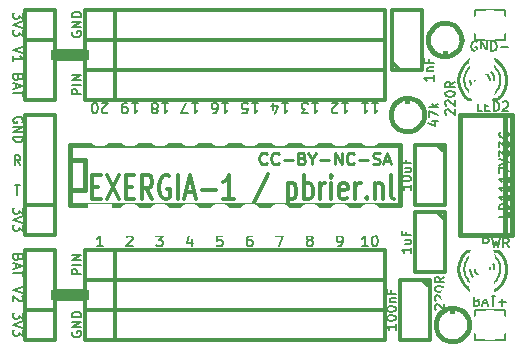
<source format=gto>
G04 (created by PCBNEW-RS274X (2012-01-19 BZR 3256)-stable) date 1/1/2013 6:43:37 PM*
G01*
G70*
G90*
%MOIN*%
G04 Gerber Fmt 3.4, Leading zero omitted, Abs format*
%FSLAX34Y34*%
G04 APERTURE LIST*
%ADD10C,0.006000*%
%ADD11C,0.009900*%
%ADD12C,0.039400*%
%ADD13C,0.005900*%
%ADD14C,0.012000*%
%ADD15C,0.007900*%
%ADD16C,0.015000*%
%ADD17C,0.010000*%
%ADD18R,0.090000X0.090000*%
%ADD19C,0.090000*%
%ADD20O,0.118400X0.098700*%
%ADD21R,0.075000X0.075000*%
%ADD22C,0.075000*%
%ADD23R,0.082000X0.110000*%
%ADD24O,0.082000X0.110000*%
%ADD25C,0.086000*%
G04 APERTURE END LIST*
G54D10*
G54D11*
X31567Y-26622D02*
X31548Y-26641D01*
X31492Y-26659D01*
X31454Y-26659D01*
X31398Y-26641D01*
X31361Y-26603D01*
X31342Y-26566D01*
X31323Y-26491D01*
X31323Y-26434D01*
X31342Y-26359D01*
X31361Y-26322D01*
X31398Y-26284D01*
X31454Y-26265D01*
X31492Y-26265D01*
X31548Y-26284D01*
X31567Y-26303D01*
X31961Y-26622D02*
X31942Y-26641D01*
X31886Y-26659D01*
X31848Y-26659D01*
X31792Y-26641D01*
X31755Y-26603D01*
X31736Y-26566D01*
X31717Y-26491D01*
X31717Y-26434D01*
X31736Y-26359D01*
X31755Y-26322D01*
X31792Y-26284D01*
X31848Y-26265D01*
X31886Y-26265D01*
X31942Y-26284D01*
X31961Y-26303D01*
X32130Y-26509D02*
X32430Y-26509D01*
X32749Y-26453D02*
X32805Y-26472D01*
X32824Y-26491D01*
X32843Y-26528D01*
X32843Y-26584D01*
X32824Y-26622D01*
X32805Y-26641D01*
X32768Y-26659D01*
X32618Y-26659D01*
X32618Y-26265D01*
X32749Y-26265D01*
X32787Y-26284D01*
X32805Y-26303D01*
X32824Y-26341D01*
X32824Y-26378D01*
X32805Y-26416D01*
X32787Y-26434D01*
X32749Y-26453D01*
X32618Y-26453D01*
X33087Y-26472D02*
X33087Y-26659D01*
X32956Y-26265D02*
X33087Y-26472D01*
X33218Y-26265D01*
X33350Y-26509D02*
X33650Y-26509D01*
X33838Y-26659D02*
X33838Y-26265D01*
X34063Y-26659D01*
X34063Y-26265D01*
X34476Y-26622D02*
X34457Y-26641D01*
X34401Y-26659D01*
X34363Y-26659D01*
X34307Y-26641D01*
X34270Y-26603D01*
X34251Y-26566D01*
X34232Y-26491D01*
X34232Y-26434D01*
X34251Y-26359D01*
X34270Y-26322D01*
X34307Y-26284D01*
X34363Y-26265D01*
X34401Y-26265D01*
X34457Y-26284D01*
X34476Y-26303D01*
X34645Y-26509D02*
X34945Y-26509D01*
X35114Y-26641D02*
X35170Y-26659D01*
X35264Y-26659D01*
X35302Y-26641D01*
X35320Y-26622D01*
X35339Y-26584D01*
X35339Y-26547D01*
X35320Y-26509D01*
X35302Y-26491D01*
X35264Y-26472D01*
X35189Y-26453D01*
X35152Y-26434D01*
X35133Y-26416D01*
X35114Y-26378D01*
X35114Y-26341D01*
X35133Y-26303D01*
X35152Y-26284D01*
X35189Y-26265D01*
X35283Y-26265D01*
X35339Y-26284D01*
X35489Y-26547D02*
X35677Y-26547D01*
X35452Y-26659D02*
X35583Y-26265D01*
X35714Y-26659D01*
G54D12*
X24500Y-23000D02*
X25500Y-23000D01*
X24500Y-31000D02*
X25500Y-31000D01*
G54D13*
X37067Y-25217D02*
X37277Y-25217D01*
X36947Y-25292D02*
X37172Y-25367D01*
X37172Y-25172D01*
X36962Y-25082D02*
X36962Y-24872D01*
X37277Y-25007D01*
X37277Y-24752D02*
X36962Y-24752D01*
X37157Y-24722D02*
X37277Y-24632D01*
X37067Y-24632D02*
X37187Y-24752D01*
G54D14*
X25751Y-27405D02*
X25951Y-27405D01*
X26037Y-27824D02*
X25751Y-27824D01*
X25751Y-27024D01*
X26037Y-27024D01*
X26237Y-27024D02*
X26637Y-27824D01*
X26637Y-27024D02*
X26237Y-27824D01*
X26865Y-27405D02*
X27065Y-27405D01*
X27151Y-27824D02*
X26865Y-27824D01*
X26865Y-27024D01*
X27151Y-27024D01*
X27751Y-27824D02*
X27551Y-27443D01*
X27408Y-27824D02*
X27408Y-27024D01*
X27636Y-27024D01*
X27694Y-27062D01*
X27722Y-27100D01*
X27751Y-27176D01*
X27751Y-27290D01*
X27722Y-27367D01*
X27694Y-27405D01*
X27636Y-27443D01*
X27408Y-27443D01*
X28322Y-27062D02*
X28265Y-27024D01*
X28179Y-27024D01*
X28094Y-27062D01*
X28036Y-27138D01*
X28008Y-27214D01*
X27979Y-27367D01*
X27979Y-27481D01*
X28008Y-27633D01*
X28036Y-27710D01*
X28094Y-27786D01*
X28179Y-27824D01*
X28236Y-27824D01*
X28322Y-27786D01*
X28351Y-27748D01*
X28351Y-27481D01*
X28236Y-27481D01*
X28608Y-27824D02*
X28608Y-27024D01*
X28865Y-27595D02*
X29151Y-27595D01*
X28808Y-27824D02*
X29008Y-27024D01*
X29208Y-27824D01*
X29408Y-27519D02*
X29865Y-27519D01*
X30465Y-27824D02*
X30122Y-27824D01*
X30294Y-27824D02*
X30294Y-27024D01*
X30237Y-27138D01*
X30179Y-27214D01*
X30122Y-27252D01*
X31607Y-26986D02*
X31093Y-28014D01*
X32265Y-27290D02*
X32265Y-28090D01*
X32265Y-27329D02*
X32322Y-27290D01*
X32436Y-27290D01*
X32493Y-27329D01*
X32522Y-27367D01*
X32551Y-27443D01*
X32551Y-27671D01*
X32522Y-27748D01*
X32493Y-27786D01*
X32436Y-27824D01*
X32322Y-27824D01*
X32265Y-27786D01*
X32808Y-27824D02*
X32808Y-27024D01*
X32808Y-27329D02*
X32865Y-27290D01*
X32979Y-27290D01*
X33036Y-27329D01*
X33065Y-27367D01*
X33094Y-27443D01*
X33094Y-27671D01*
X33065Y-27748D01*
X33036Y-27786D01*
X32979Y-27824D01*
X32865Y-27824D01*
X32808Y-27786D01*
X33351Y-27824D02*
X33351Y-27290D01*
X33351Y-27443D02*
X33379Y-27367D01*
X33408Y-27329D01*
X33465Y-27290D01*
X33522Y-27290D01*
X33722Y-27824D02*
X33722Y-27290D01*
X33722Y-27024D02*
X33693Y-27062D01*
X33722Y-27100D01*
X33750Y-27062D01*
X33722Y-27024D01*
X33722Y-27100D01*
X34236Y-27786D02*
X34179Y-27824D01*
X34065Y-27824D01*
X34008Y-27786D01*
X33979Y-27710D01*
X33979Y-27405D01*
X34008Y-27329D01*
X34065Y-27290D01*
X34179Y-27290D01*
X34236Y-27329D01*
X34265Y-27405D01*
X34265Y-27481D01*
X33979Y-27557D01*
X34522Y-27824D02*
X34522Y-27290D01*
X34522Y-27443D02*
X34550Y-27367D01*
X34579Y-27329D01*
X34636Y-27290D01*
X34693Y-27290D01*
X34893Y-27748D02*
X34921Y-27786D01*
X34893Y-27824D01*
X34864Y-27786D01*
X34893Y-27748D01*
X34893Y-27824D01*
X35179Y-27290D02*
X35179Y-27824D01*
X35179Y-27367D02*
X35207Y-27329D01*
X35265Y-27290D01*
X35350Y-27290D01*
X35407Y-27329D01*
X35436Y-27405D01*
X35436Y-27824D01*
X35808Y-27824D02*
X35750Y-27786D01*
X35722Y-27710D01*
X35722Y-27024D01*
G54D13*
X39627Y-28252D02*
X39627Y-28402D01*
X39312Y-28402D01*
X39627Y-28147D02*
X39312Y-28147D01*
X39312Y-28072D01*
X39327Y-28027D01*
X39357Y-27997D01*
X39387Y-27982D01*
X39447Y-27967D01*
X39492Y-27967D01*
X39552Y-27982D01*
X39582Y-27997D01*
X39612Y-28027D01*
X39627Y-28072D01*
X39627Y-28147D01*
X39627Y-27667D02*
X39627Y-27847D01*
X39627Y-27757D02*
X39312Y-27757D01*
X39357Y-27787D01*
X39387Y-27817D01*
X39402Y-27847D01*
X39627Y-27367D02*
X39627Y-27547D01*
X39627Y-27457D02*
X39312Y-27457D01*
X39357Y-27487D01*
X39387Y-27517D01*
X39402Y-27547D01*
X39627Y-27067D02*
X39627Y-27247D01*
X39627Y-27157D02*
X39312Y-27157D01*
X39357Y-27187D01*
X39387Y-27217D01*
X39402Y-27247D01*
X39312Y-26962D02*
X39312Y-26752D01*
X39627Y-26887D01*
X39312Y-26677D02*
X39627Y-26572D01*
X39312Y-26467D01*
X39312Y-26392D02*
X39312Y-26197D01*
X39432Y-26302D01*
X39432Y-26257D01*
X39447Y-26227D01*
X39462Y-26212D01*
X39492Y-26197D01*
X39567Y-26197D01*
X39597Y-26212D01*
X39612Y-26227D01*
X39627Y-26257D01*
X39627Y-26347D01*
X39612Y-26377D01*
X39597Y-26392D01*
X39312Y-26092D02*
X39312Y-25897D01*
X39432Y-26002D01*
X39432Y-25957D01*
X39447Y-25927D01*
X39462Y-25912D01*
X39492Y-25897D01*
X39567Y-25897D01*
X39597Y-25912D01*
X39612Y-25927D01*
X39627Y-25957D01*
X39627Y-26047D01*
X39612Y-26077D01*
X39597Y-26092D01*
X39597Y-25582D02*
X39612Y-25597D01*
X39627Y-25642D01*
X39627Y-25672D01*
X39612Y-25717D01*
X39582Y-25747D01*
X39552Y-25762D01*
X39492Y-25777D01*
X39447Y-25777D01*
X39387Y-25762D01*
X39357Y-25747D01*
X39327Y-25717D01*
X39312Y-25672D01*
X39312Y-25642D01*
X39327Y-25597D01*
X39342Y-25582D01*
X37542Y-24997D02*
X37527Y-24982D01*
X37512Y-24952D01*
X37512Y-24877D01*
X37527Y-24847D01*
X37542Y-24832D01*
X37572Y-24817D01*
X37602Y-24817D01*
X37647Y-24832D01*
X37827Y-25012D01*
X37827Y-24817D01*
X37542Y-24697D02*
X37527Y-24682D01*
X37512Y-24652D01*
X37512Y-24577D01*
X37527Y-24547D01*
X37542Y-24532D01*
X37572Y-24517D01*
X37602Y-24517D01*
X37647Y-24532D01*
X37827Y-24712D01*
X37827Y-24517D01*
X37512Y-24322D02*
X37512Y-24292D01*
X37527Y-24262D01*
X37542Y-24247D01*
X37572Y-24232D01*
X37632Y-24217D01*
X37707Y-24217D01*
X37767Y-24232D01*
X37797Y-24247D01*
X37812Y-24262D01*
X37827Y-24292D01*
X37827Y-24322D01*
X37812Y-24352D01*
X37797Y-24367D01*
X37767Y-24382D01*
X37707Y-24397D01*
X37632Y-24397D01*
X37572Y-24382D01*
X37542Y-24367D01*
X37527Y-24352D01*
X37512Y-24322D01*
X37827Y-23902D02*
X37677Y-24007D01*
X37827Y-24082D02*
X37512Y-24082D01*
X37512Y-23962D01*
X37527Y-23932D01*
X37542Y-23917D01*
X37572Y-23902D01*
X37617Y-23902D01*
X37647Y-23917D01*
X37662Y-23932D01*
X37677Y-23962D01*
X37677Y-24082D01*
X37127Y-23687D02*
X37127Y-23867D01*
X37127Y-23777D02*
X36812Y-23777D01*
X36857Y-23807D01*
X36887Y-23837D01*
X36902Y-23867D01*
X36917Y-23552D02*
X37127Y-23552D01*
X36947Y-23552D02*
X36932Y-23537D01*
X36917Y-23507D01*
X36917Y-23462D01*
X36932Y-23432D01*
X36962Y-23417D01*
X37127Y-23417D01*
X36962Y-23162D02*
X36962Y-23267D01*
X37127Y-23267D02*
X36812Y-23267D01*
X36812Y-23117D01*
X35877Y-31987D02*
X35877Y-32167D01*
X35877Y-32077D02*
X35562Y-32077D01*
X35607Y-32107D01*
X35637Y-32137D01*
X35652Y-32167D01*
X35562Y-31792D02*
X35562Y-31762D01*
X35577Y-31732D01*
X35592Y-31717D01*
X35622Y-31702D01*
X35682Y-31687D01*
X35757Y-31687D01*
X35817Y-31702D01*
X35847Y-31717D01*
X35862Y-31732D01*
X35877Y-31762D01*
X35877Y-31792D01*
X35862Y-31822D01*
X35847Y-31837D01*
X35817Y-31852D01*
X35757Y-31867D01*
X35682Y-31867D01*
X35622Y-31852D01*
X35592Y-31837D01*
X35577Y-31822D01*
X35562Y-31792D01*
X35562Y-31492D02*
X35562Y-31462D01*
X35577Y-31432D01*
X35592Y-31417D01*
X35622Y-31402D01*
X35682Y-31387D01*
X35757Y-31387D01*
X35817Y-31402D01*
X35847Y-31417D01*
X35862Y-31432D01*
X35877Y-31462D01*
X35877Y-31492D01*
X35862Y-31522D01*
X35847Y-31537D01*
X35817Y-31552D01*
X35757Y-31567D01*
X35682Y-31567D01*
X35622Y-31552D01*
X35592Y-31537D01*
X35577Y-31522D01*
X35562Y-31492D01*
X35667Y-31252D02*
X35877Y-31252D01*
X35697Y-31252D02*
X35682Y-31237D01*
X35667Y-31207D01*
X35667Y-31162D01*
X35682Y-31132D01*
X35712Y-31117D01*
X35877Y-31117D01*
X35712Y-30862D02*
X35712Y-30967D01*
X35877Y-30967D02*
X35562Y-30967D01*
X35562Y-30817D01*
X36377Y-29437D02*
X36377Y-29617D01*
X36377Y-29527D02*
X36062Y-29527D01*
X36107Y-29557D01*
X36137Y-29587D01*
X36152Y-29617D01*
X36167Y-29167D02*
X36377Y-29167D01*
X36167Y-29302D02*
X36332Y-29302D01*
X36362Y-29287D01*
X36377Y-29257D01*
X36377Y-29212D01*
X36362Y-29182D01*
X36347Y-29167D01*
X36212Y-28912D02*
X36212Y-29017D01*
X36377Y-29017D02*
X36062Y-29017D01*
X36062Y-28867D01*
X36377Y-27337D02*
X36377Y-27517D01*
X36377Y-27427D02*
X36062Y-27427D01*
X36107Y-27457D01*
X36137Y-27487D01*
X36152Y-27517D01*
X36062Y-27142D02*
X36062Y-27112D01*
X36077Y-27082D01*
X36092Y-27067D01*
X36122Y-27052D01*
X36182Y-27037D01*
X36257Y-27037D01*
X36317Y-27052D01*
X36347Y-27067D01*
X36362Y-27082D01*
X36377Y-27112D01*
X36377Y-27142D01*
X36362Y-27172D01*
X36347Y-27187D01*
X36317Y-27202D01*
X36257Y-27217D01*
X36182Y-27217D01*
X36122Y-27202D01*
X36092Y-27187D01*
X36077Y-27172D01*
X36062Y-27142D01*
X36167Y-26767D02*
X36377Y-26767D01*
X36167Y-26902D02*
X36332Y-26902D01*
X36362Y-26887D01*
X36377Y-26857D01*
X36377Y-26812D01*
X36362Y-26782D01*
X36347Y-26767D01*
X36212Y-26512D02*
X36212Y-26617D01*
X36377Y-26617D02*
X36062Y-26617D01*
X36062Y-26467D01*
X37192Y-31497D02*
X37177Y-31482D01*
X37162Y-31452D01*
X37162Y-31377D01*
X37177Y-31347D01*
X37192Y-31332D01*
X37222Y-31317D01*
X37252Y-31317D01*
X37297Y-31332D01*
X37477Y-31512D01*
X37477Y-31317D01*
X37192Y-31197D02*
X37177Y-31182D01*
X37162Y-31152D01*
X37162Y-31077D01*
X37177Y-31047D01*
X37192Y-31032D01*
X37222Y-31017D01*
X37252Y-31017D01*
X37297Y-31032D01*
X37477Y-31212D01*
X37477Y-31017D01*
X37162Y-30822D02*
X37162Y-30792D01*
X37177Y-30762D01*
X37192Y-30747D01*
X37222Y-30732D01*
X37282Y-30717D01*
X37357Y-30717D01*
X37417Y-30732D01*
X37447Y-30747D01*
X37462Y-30762D01*
X37477Y-30792D01*
X37477Y-30822D01*
X37462Y-30852D01*
X37447Y-30867D01*
X37417Y-30882D01*
X37357Y-30897D01*
X37282Y-30897D01*
X37222Y-30882D01*
X37192Y-30867D01*
X37177Y-30852D01*
X37162Y-30822D01*
X37477Y-30402D02*
X37327Y-30507D01*
X37477Y-30582D02*
X37162Y-30582D01*
X37162Y-30462D01*
X37177Y-30432D01*
X37192Y-30417D01*
X37222Y-30402D01*
X37267Y-30402D01*
X37297Y-30417D01*
X37312Y-30432D01*
X37327Y-30462D01*
X37327Y-30582D01*
X38780Y-29427D02*
X38780Y-29112D01*
X38900Y-29112D01*
X38930Y-29127D01*
X38945Y-29142D01*
X38960Y-29172D01*
X38960Y-29217D01*
X38945Y-29247D01*
X38930Y-29262D01*
X38900Y-29277D01*
X38780Y-29277D01*
X39065Y-29112D02*
X39140Y-29427D01*
X39200Y-29202D01*
X39260Y-29427D01*
X39335Y-29112D01*
X39635Y-29427D02*
X39530Y-29277D01*
X39455Y-29427D02*
X39455Y-29112D01*
X39575Y-29112D01*
X39605Y-29127D01*
X39620Y-29142D01*
X39635Y-29172D01*
X39635Y-29217D01*
X39620Y-29247D01*
X39605Y-29262D01*
X39575Y-29277D01*
X39455Y-29277D01*
X38748Y-24877D02*
X38598Y-24877D01*
X38598Y-24562D01*
X38853Y-24712D02*
X38958Y-24712D01*
X39003Y-24877D02*
X38853Y-24877D01*
X38853Y-24562D01*
X39003Y-24562D01*
X39138Y-24877D02*
X39138Y-24562D01*
X39213Y-24562D01*
X39258Y-24577D01*
X39288Y-24607D01*
X39303Y-24637D01*
X39318Y-24697D01*
X39318Y-24742D01*
X39303Y-24802D01*
X39288Y-24832D01*
X39258Y-24862D01*
X39213Y-24877D01*
X39138Y-24877D01*
X39438Y-24592D02*
X39453Y-24577D01*
X39483Y-24562D01*
X39558Y-24562D01*
X39588Y-24577D01*
X39603Y-24592D01*
X39618Y-24622D01*
X39618Y-24652D01*
X39603Y-24697D01*
X39423Y-24877D01*
X39618Y-24877D01*
G54D15*
X26270Y-24927D02*
X26253Y-24944D01*
X26219Y-24961D01*
X26135Y-24961D01*
X26101Y-24944D01*
X26084Y-24927D01*
X26067Y-24893D01*
X26067Y-24860D01*
X26084Y-24809D01*
X26286Y-24607D01*
X26067Y-24607D01*
X25848Y-24961D02*
X25815Y-24961D01*
X25781Y-24944D01*
X25764Y-24927D01*
X25747Y-24893D01*
X25730Y-24826D01*
X25730Y-24742D01*
X25747Y-24674D01*
X25764Y-24640D01*
X25781Y-24624D01*
X25815Y-24607D01*
X25848Y-24607D01*
X25882Y-24624D01*
X25899Y-24640D01*
X25916Y-24674D01*
X25933Y-24742D01*
X25933Y-24826D01*
X25916Y-24893D01*
X25899Y-24927D01*
X25882Y-24944D01*
X25848Y-24961D01*
X27067Y-24607D02*
X27270Y-24607D01*
X27168Y-24607D02*
X27168Y-24961D01*
X27202Y-24910D01*
X27236Y-24876D01*
X27270Y-24860D01*
X26899Y-24607D02*
X26831Y-24607D01*
X26798Y-24624D01*
X26781Y-24640D01*
X26747Y-24691D01*
X26730Y-24758D01*
X26730Y-24893D01*
X26747Y-24927D01*
X26764Y-24944D01*
X26798Y-24961D01*
X26865Y-24961D01*
X26899Y-24944D01*
X26916Y-24927D01*
X26933Y-24893D01*
X26933Y-24809D01*
X26916Y-24775D01*
X26899Y-24758D01*
X26865Y-24742D01*
X26798Y-24742D01*
X26764Y-24758D01*
X26747Y-24775D01*
X26730Y-24809D01*
X28067Y-24607D02*
X28270Y-24607D01*
X28168Y-24607D02*
X28168Y-24961D01*
X28202Y-24910D01*
X28236Y-24876D01*
X28270Y-24860D01*
X27865Y-24809D02*
X27899Y-24826D01*
X27916Y-24843D01*
X27933Y-24876D01*
X27933Y-24893D01*
X27916Y-24927D01*
X27899Y-24944D01*
X27865Y-24961D01*
X27798Y-24961D01*
X27764Y-24944D01*
X27747Y-24927D01*
X27730Y-24893D01*
X27730Y-24876D01*
X27747Y-24843D01*
X27764Y-24826D01*
X27798Y-24809D01*
X27865Y-24809D01*
X27899Y-24792D01*
X27916Y-24775D01*
X27933Y-24742D01*
X27933Y-24674D01*
X27916Y-24640D01*
X27899Y-24624D01*
X27865Y-24607D01*
X27798Y-24607D01*
X27764Y-24624D01*
X27747Y-24640D01*
X27730Y-24674D01*
X27730Y-24742D01*
X27747Y-24775D01*
X27764Y-24792D01*
X27798Y-24809D01*
X29067Y-24607D02*
X29270Y-24607D01*
X29168Y-24607D02*
X29168Y-24961D01*
X29202Y-24910D01*
X29236Y-24876D01*
X29270Y-24860D01*
X28949Y-24961D02*
X28713Y-24961D01*
X28865Y-24607D01*
X30067Y-24607D02*
X30270Y-24607D01*
X30168Y-24607D02*
X30168Y-24961D01*
X30202Y-24910D01*
X30236Y-24876D01*
X30270Y-24860D01*
X29764Y-24961D02*
X29831Y-24961D01*
X29865Y-24944D01*
X29882Y-24927D01*
X29916Y-24876D01*
X29933Y-24809D01*
X29933Y-24674D01*
X29916Y-24640D01*
X29899Y-24624D01*
X29865Y-24607D01*
X29798Y-24607D01*
X29764Y-24624D01*
X29747Y-24640D01*
X29730Y-24674D01*
X29730Y-24758D01*
X29747Y-24792D01*
X29764Y-24809D01*
X29798Y-24826D01*
X29865Y-24826D01*
X29899Y-24809D01*
X29916Y-24792D01*
X29933Y-24758D01*
X31067Y-24607D02*
X31270Y-24607D01*
X31168Y-24607D02*
X31168Y-24961D01*
X31202Y-24910D01*
X31236Y-24876D01*
X31270Y-24860D01*
X30747Y-24961D02*
X30916Y-24961D01*
X30933Y-24792D01*
X30916Y-24809D01*
X30882Y-24826D01*
X30798Y-24826D01*
X30764Y-24809D01*
X30747Y-24792D01*
X30730Y-24758D01*
X30730Y-24674D01*
X30747Y-24640D01*
X30764Y-24624D01*
X30798Y-24607D01*
X30882Y-24607D01*
X30916Y-24624D01*
X30933Y-24640D01*
X32067Y-24607D02*
X32270Y-24607D01*
X32168Y-24607D02*
X32168Y-24961D01*
X32202Y-24910D01*
X32236Y-24876D01*
X32270Y-24860D01*
X31764Y-24843D02*
X31764Y-24607D01*
X31848Y-24978D02*
X31933Y-24725D01*
X31713Y-24725D01*
X33067Y-24607D02*
X33270Y-24607D01*
X33168Y-24607D02*
X33168Y-24961D01*
X33202Y-24910D01*
X33236Y-24876D01*
X33270Y-24860D01*
X32949Y-24961D02*
X32730Y-24961D01*
X32848Y-24826D01*
X32798Y-24826D01*
X32764Y-24809D01*
X32747Y-24792D01*
X32730Y-24758D01*
X32730Y-24674D01*
X32747Y-24640D01*
X32764Y-24624D01*
X32798Y-24607D01*
X32899Y-24607D01*
X32933Y-24624D01*
X32949Y-24640D01*
X34067Y-24607D02*
X34270Y-24607D01*
X34168Y-24607D02*
X34168Y-24961D01*
X34202Y-24910D01*
X34236Y-24876D01*
X34270Y-24860D01*
X33933Y-24927D02*
X33916Y-24944D01*
X33882Y-24961D01*
X33798Y-24961D01*
X33764Y-24944D01*
X33747Y-24927D01*
X33730Y-24893D01*
X33730Y-24860D01*
X33747Y-24809D01*
X33949Y-24607D01*
X33730Y-24607D01*
X35067Y-24607D02*
X35270Y-24607D01*
X35168Y-24607D02*
X35168Y-24961D01*
X35202Y-24910D01*
X35236Y-24876D01*
X35270Y-24860D01*
X34730Y-24607D02*
X34933Y-24607D01*
X34831Y-24607D02*
X34831Y-24961D01*
X34865Y-24910D01*
X34899Y-24876D01*
X34933Y-24860D01*
X34933Y-29393D02*
X34730Y-29393D01*
X34832Y-29393D02*
X34832Y-29039D01*
X34798Y-29090D01*
X34764Y-29124D01*
X34730Y-29140D01*
X35152Y-29039D02*
X35185Y-29039D01*
X35219Y-29056D01*
X35236Y-29073D01*
X35253Y-29107D01*
X35270Y-29174D01*
X35270Y-29258D01*
X35253Y-29326D01*
X35236Y-29360D01*
X35219Y-29376D01*
X35185Y-29393D01*
X35152Y-29393D01*
X35118Y-29376D01*
X35101Y-29360D01*
X35084Y-29326D01*
X35067Y-29258D01*
X35067Y-29174D01*
X35084Y-29107D01*
X35101Y-29073D01*
X35118Y-29056D01*
X35152Y-29039D01*
X33933Y-29393D02*
X34001Y-29393D01*
X34034Y-29376D01*
X34051Y-29360D01*
X34085Y-29309D01*
X34102Y-29242D01*
X34102Y-29107D01*
X34085Y-29073D01*
X34068Y-29056D01*
X34034Y-29039D01*
X33967Y-29039D01*
X33933Y-29056D01*
X33916Y-29073D01*
X33899Y-29107D01*
X33899Y-29191D01*
X33916Y-29225D01*
X33933Y-29242D01*
X33967Y-29258D01*
X34034Y-29258D01*
X34068Y-29242D01*
X34085Y-29225D01*
X34102Y-29191D01*
X32967Y-29191D02*
X32933Y-29174D01*
X32916Y-29157D01*
X32899Y-29124D01*
X32899Y-29107D01*
X32916Y-29073D01*
X32933Y-29056D01*
X32967Y-29039D01*
X33034Y-29039D01*
X33068Y-29056D01*
X33085Y-29073D01*
X33102Y-29107D01*
X33102Y-29124D01*
X33085Y-29157D01*
X33068Y-29174D01*
X33034Y-29191D01*
X32967Y-29191D01*
X32933Y-29208D01*
X32916Y-29225D01*
X32899Y-29258D01*
X32899Y-29326D01*
X32916Y-29360D01*
X32933Y-29376D01*
X32967Y-29393D01*
X33034Y-29393D01*
X33068Y-29376D01*
X33085Y-29360D01*
X33102Y-29326D01*
X33102Y-29258D01*
X33085Y-29225D01*
X33068Y-29208D01*
X33034Y-29191D01*
X31883Y-29039D02*
X32119Y-29039D01*
X31967Y-29393D01*
X31068Y-29039D02*
X31001Y-29039D01*
X30967Y-29056D01*
X30950Y-29073D01*
X30916Y-29124D01*
X30899Y-29191D01*
X30899Y-29326D01*
X30916Y-29360D01*
X30933Y-29376D01*
X30967Y-29393D01*
X31034Y-29393D01*
X31068Y-29376D01*
X31085Y-29360D01*
X31102Y-29326D01*
X31102Y-29242D01*
X31085Y-29208D01*
X31068Y-29191D01*
X31034Y-29174D01*
X30967Y-29174D01*
X30933Y-29191D01*
X30916Y-29208D01*
X30899Y-29242D01*
X30085Y-29039D02*
X29916Y-29039D01*
X29899Y-29208D01*
X29916Y-29191D01*
X29950Y-29174D01*
X30034Y-29174D01*
X30068Y-29191D01*
X30085Y-29208D01*
X30102Y-29242D01*
X30102Y-29326D01*
X30085Y-29360D01*
X30068Y-29376D01*
X30034Y-29393D01*
X29950Y-29393D01*
X29916Y-29376D01*
X29899Y-29360D01*
X29068Y-29157D02*
X29068Y-29393D01*
X28984Y-29022D02*
X28899Y-29275D01*
X29119Y-29275D01*
X27883Y-29039D02*
X28102Y-29039D01*
X27984Y-29174D01*
X28034Y-29174D01*
X28068Y-29191D01*
X28085Y-29208D01*
X28102Y-29242D01*
X28102Y-29326D01*
X28085Y-29360D01*
X28068Y-29376D01*
X28034Y-29393D01*
X27933Y-29393D01*
X27899Y-29376D01*
X27883Y-29360D01*
X26899Y-29073D02*
X26916Y-29056D01*
X26950Y-29039D01*
X27034Y-29039D01*
X27068Y-29056D01*
X27085Y-29073D01*
X27102Y-29107D01*
X27102Y-29140D01*
X27085Y-29191D01*
X26883Y-29393D01*
X27102Y-29393D01*
X26102Y-29393D02*
X25899Y-29393D01*
X26001Y-29393D02*
X26001Y-29039D01*
X25967Y-29090D01*
X25933Y-29124D01*
X25899Y-29140D01*
G54D13*
X25377Y-30322D02*
X25062Y-30322D01*
X25062Y-30202D01*
X25077Y-30172D01*
X25092Y-30157D01*
X25122Y-30142D01*
X25167Y-30142D01*
X25197Y-30157D01*
X25212Y-30172D01*
X25227Y-30202D01*
X25227Y-30322D01*
X25377Y-30007D02*
X25062Y-30007D01*
X25377Y-29857D02*
X25062Y-29857D01*
X25377Y-29677D01*
X25062Y-29677D01*
X25077Y-32240D02*
X25062Y-32270D01*
X25062Y-32315D01*
X25077Y-32360D01*
X25107Y-32390D01*
X25137Y-32405D01*
X25197Y-32420D01*
X25242Y-32420D01*
X25302Y-32405D01*
X25332Y-32390D01*
X25362Y-32360D01*
X25377Y-32315D01*
X25377Y-32285D01*
X25362Y-32240D01*
X25347Y-32225D01*
X25242Y-32225D01*
X25242Y-32285D01*
X25377Y-32090D02*
X25062Y-32090D01*
X25377Y-31910D01*
X25062Y-31910D01*
X25377Y-31760D02*
X25062Y-31760D01*
X25062Y-31685D01*
X25077Y-31640D01*
X25107Y-31610D01*
X25137Y-31595D01*
X25197Y-31580D01*
X25242Y-31580D01*
X25302Y-31595D01*
X25332Y-31610D01*
X25362Y-31640D01*
X25377Y-31685D01*
X25377Y-31760D01*
X25377Y-24322D02*
X25062Y-24322D01*
X25062Y-24202D01*
X25077Y-24172D01*
X25092Y-24157D01*
X25122Y-24142D01*
X25167Y-24142D01*
X25197Y-24157D01*
X25212Y-24172D01*
X25227Y-24202D01*
X25227Y-24322D01*
X25377Y-24007D02*
X25062Y-24007D01*
X25377Y-23857D02*
X25062Y-23857D01*
X25377Y-23677D01*
X25062Y-23677D01*
X25077Y-22240D02*
X25062Y-22270D01*
X25062Y-22315D01*
X25077Y-22360D01*
X25107Y-22390D01*
X25137Y-22405D01*
X25197Y-22420D01*
X25242Y-22420D01*
X25302Y-22405D01*
X25332Y-22390D01*
X25362Y-22360D01*
X25377Y-22315D01*
X25377Y-22285D01*
X25362Y-22240D01*
X25347Y-22225D01*
X25242Y-22225D01*
X25242Y-22285D01*
X25377Y-22090D02*
X25062Y-22090D01*
X25377Y-21910D01*
X25062Y-21910D01*
X25377Y-21760D02*
X25062Y-21760D01*
X25062Y-21685D01*
X25077Y-21640D01*
X25107Y-21610D01*
X25137Y-21595D01*
X25197Y-21580D01*
X25242Y-21580D01*
X25302Y-21595D01*
X25332Y-21610D01*
X25362Y-21640D01*
X25377Y-21685D01*
X25377Y-21760D01*
X23438Y-22745D02*
X23123Y-22850D01*
X23438Y-22955D01*
X23123Y-23225D02*
X23123Y-23045D01*
X23123Y-23135D02*
X23438Y-23135D01*
X23393Y-23105D01*
X23363Y-23075D01*
X23348Y-23045D01*
X38573Y-31212D02*
X38618Y-31227D01*
X38633Y-31242D01*
X38648Y-31272D01*
X38648Y-31317D01*
X38633Y-31347D01*
X38618Y-31362D01*
X38588Y-31377D01*
X38468Y-31377D01*
X38468Y-31062D01*
X38573Y-31062D01*
X38603Y-31077D01*
X38618Y-31092D01*
X38633Y-31122D01*
X38633Y-31152D01*
X38618Y-31182D01*
X38603Y-31197D01*
X38573Y-31212D01*
X38468Y-31212D01*
X38768Y-31287D02*
X38918Y-31287D01*
X38738Y-31377D02*
X38843Y-31062D01*
X38948Y-31377D01*
X39008Y-31062D02*
X39188Y-31062D01*
X39098Y-31377D02*
X39098Y-31062D01*
X39293Y-31257D02*
X39533Y-31257D01*
X39413Y-31377D02*
X39413Y-31137D01*
X38565Y-22577D02*
X38535Y-22562D01*
X38490Y-22562D01*
X38445Y-22577D01*
X38415Y-22607D01*
X38400Y-22637D01*
X38385Y-22697D01*
X38385Y-22742D01*
X38400Y-22802D01*
X38415Y-22832D01*
X38445Y-22862D01*
X38490Y-22877D01*
X38520Y-22877D01*
X38565Y-22862D01*
X38580Y-22847D01*
X38580Y-22742D01*
X38520Y-22742D01*
X38715Y-22877D02*
X38715Y-22562D01*
X38895Y-22877D01*
X38895Y-22562D01*
X39045Y-22877D02*
X39045Y-22562D01*
X39120Y-22562D01*
X39165Y-22577D01*
X39195Y-22607D01*
X39210Y-22637D01*
X39225Y-22697D01*
X39225Y-22742D01*
X39210Y-22802D01*
X39195Y-22832D01*
X39165Y-22862D01*
X39120Y-22877D01*
X39045Y-22877D01*
X39360Y-22757D02*
X39600Y-22757D01*
X23288Y-29768D02*
X23273Y-29813D01*
X23258Y-29828D01*
X23228Y-29843D01*
X23183Y-29843D01*
X23153Y-29828D01*
X23138Y-29813D01*
X23123Y-29783D01*
X23123Y-29663D01*
X23438Y-29663D01*
X23438Y-29768D01*
X23423Y-29798D01*
X23408Y-29813D01*
X23378Y-29828D01*
X23348Y-29828D01*
X23318Y-29813D01*
X23303Y-29798D01*
X23288Y-29768D01*
X23288Y-29663D01*
X23213Y-29963D02*
X23213Y-30113D01*
X23123Y-29933D02*
X23438Y-30038D01*
X23123Y-30143D01*
X23438Y-30203D02*
X23438Y-30383D01*
X23123Y-30293D02*
X23438Y-30293D01*
X23438Y-30745D02*
X23123Y-30850D01*
X23438Y-30955D01*
X23408Y-31045D02*
X23423Y-31060D01*
X23438Y-31090D01*
X23438Y-31165D01*
X23423Y-31195D01*
X23408Y-31210D01*
X23378Y-31225D01*
X23348Y-31225D01*
X23303Y-31210D01*
X23123Y-31030D01*
X23123Y-31225D01*
X23438Y-31610D02*
X23438Y-31805D01*
X23318Y-31700D01*
X23318Y-31745D01*
X23303Y-31775D01*
X23288Y-31790D01*
X23258Y-31805D01*
X23183Y-31805D01*
X23153Y-31790D01*
X23138Y-31775D01*
X23123Y-31745D01*
X23123Y-31655D01*
X23138Y-31625D01*
X23153Y-31610D01*
X23438Y-31895D02*
X23123Y-32000D01*
X23438Y-32105D01*
X23438Y-32180D02*
X23438Y-32375D01*
X23318Y-32270D01*
X23318Y-32315D01*
X23303Y-32345D01*
X23288Y-32360D01*
X23258Y-32375D01*
X23183Y-32375D01*
X23153Y-32360D01*
X23138Y-32345D01*
X23123Y-32315D01*
X23123Y-32225D01*
X23138Y-32195D01*
X23153Y-32180D01*
X23438Y-21610D02*
X23438Y-21805D01*
X23318Y-21700D01*
X23318Y-21745D01*
X23303Y-21775D01*
X23288Y-21790D01*
X23258Y-21805D01*
X23183Y-21805D01*
X23153Y-21790D01*
X23138Y-21775D01*
X23123Y-21745D01*
X23123Y-21655D01*
X23138Y-21625D01*
X23153Y-21610D01*
X23438Y-21895D02*
X23123Y-22000D01*
X23438Y-22105D01*
X23438Y-22180D02*
X23438Y-22375D01*
X23318Y-22270D01*
X23318Y-22315D01*
X23303Y-22345D01*
X23288Y-22360D01*
X23258Y-22375D01*
X23183Y-22375D01*
X23153Y-22360D01*
X23138Y-22345D01*
X23123Y-22315D01*
X23123Y-22225D01*
X23138Y-22195D01*
X23153Y-22180D01*
X23288Y-23768D02*
X23273Y-23813D01*
X23258Y-23828D01*
X23228Y-23843D01*
X23183Y-23843D01*
X23153Y-23828D01*
X23138Y-23813D01*
X23123Y-23783D01*
X23123Y-23663D01*
X23438Y-23663D01*
X23438Y-23768D01*
X23423Y-23798D01*
X23408Y-23813D01*
X23378Y-23828D01*
X23348Y-23828D01*
X23318Y-23813D01*
X23303Y-23798D01*
X23288Y-23768D01*
X23288Y-23663D01*
X23213Y-23963D02*
X23213Y-24113D01*
X23123Y-23933D02*
X23438Y-24038D01*
X23123Y-24143D01*
X23438Y-24203D02*
X23438Y-24383D01*
X23123Y-24293D02*
X23438Y-24293D01*
X23438Y-28110D02*
X23438Y-28305D01*
X23318Y-28200D01*
X23318Y-28245D01*
X23303Y-28275D01*
X23288Y-28290D01*
X23258Y-28305D01*
X23183Y-28305D01*
X23153Y-28290D01*
X23138Y-28275D01*
X23123Y-28245D01*
X23123Y-28155D01*
X23138Y-28125D01*
X23153Y-28110D01*
X23438Y-28395D02*
X23123Y-28500D01*
X23438Y-28605D01*
X23438Y-28680D02*
X23438Y-28875D01*
X23318Y-28770D01*
X23318Y-28815D01*
X23303Y-28845D01*
X23288Y-28860D01*
X23258Y-28875D01*
X23183Y-28875D01*
X23153Y-28860D01*
X23138Y-28845D01*
X23123Y-28815D01*
X23123Y-28725D01*
X23138Y-28695D01*
X23153Y-28680D01*
X23160Y-27362D02*
X23340Y-27362D01*
X23250Y-27677D02*
X23250Y-27362D01*
X23348Y-26677D02*
X23243Y-26527D01*
X23168Y-26677D02*
X23168Y-26362D01*
X23288Y-26362D01*
X23318Y-26377D01*
X23333Y-26392D01*
X23348Y-26422D01*
X23348Y-26467D01*
X23333Y-26497D01*
X23318Y-26512D01*
X23288Y-26527D01*
X23168Y-26527D01*
X23423Y-25260D02*
X23438Y-25230D01*
X23438Y-25185D01*
X23423Y-25140D01*
X23393Y-25110D01*
X23363Y-25095D01*
X23303Y-25080D01*
X23258Y-25080D01*
X23198Y-25095D01*
X23168Y-25110D01*
X23138Y-25140D01*
X23123Y-25185D01*
X23123Y-25215D01*
X23138Y-25260D01*
X23153Y-25275D01*
X23258Y-25275D01*
X23258Y-25215D01*
X23123Y-25410D02*
X23438Y-25410D01*
X23123Y-25590D01*
X23438Y-25590D01*
X23123Y-25740D02*
X23438Y-25740D01*
X23438Y-25815D01*
X23423Y-25860D01*
X23393Y-25890D01*
X23363Y-25905D01*
X23303Y-25920D01*
X23258Y-25920D01*
X23198Y-25905D01*
X23168Y-25890D01*
X23138Y-25860D01*
X23123Y-25815D01*
X23123Y-25740D01*
G54D16*
X39500Y-25000D02*
X39750Y-25000D01*
X39750Y-25000D02*
X39750Y-29000D01*
X39750Y-29000D02*
X39500Y-29000D01*
X38000Y-25000D02*
X39500Y-25000D01*
X39500Y-25000D02*
X39500Y-29000D01*
X39500Y-29000D02*
X38000Y-29000D01*
X38000Y-29000D02*
X38000Y-25000D01*
G54D10*
X39500Y-32500D02*
X38500Y-32500D01*
X38500Y-31500D02*
X39500Y-31500D01*
X38500Y-32500D02*
X38500Y-31500D01*
X39500Y-31500D02*
X39500Y-32500D01*
X39500Y-22500D02*
X38500Y-22500D01*
X38500Y-21500D02*
X39500Y-21500D01*
X38500Y-22500D02*
X38500Y-21500D01*
X39500Y-21500D02*
X39500Y-22500D01*
G54D14*
X23500Y-29000D02*
X23500Y-29000D01*
X24500Y-29000D02*
X23500Y-29000D01*
X23500Y-29000D02*
X23500Y-29000D01*
X23500Y-29000D02*
X23500Y-25000D01*
X23500Y-25000D02*
X24500Y-25000D01*
X24500Y-25000D02*
X24500Y-29000D01*
X24500Y-28000D02*
X23500Y-28000D01*
X23500Y-21500D02*
X24500Y-21500D01*
X24500Y-21500D02*
X24500Y-24500D01*
X24500Y-24500D02*
X23500Y-24500D01*
X23500Y-24500D02*
X23500Y-21500D01*
X24500Y-22500D02*
X23500Y-22500D01*
X24500Y-32500D02*
X23500Y-32500D01*
X23500Y-32500D02*
X23500Y-29500D01*
X23500Y-29500D02*
X24500Y-29500D01*
X24500Y-29500D02*
X24500Y-32500D01*
X23500Y-31500D02*
X24500Y-31500D01*
X25500Y-30500D02*
X25500Y-29500D01*
X25500Y-29500D02*
X35500Y-29500D01*
X35500Y-29500D02*
X35500Y-30500D01*
X35500Y-30500D02*
X25500Y-30500D01*
X26500Y-30500D02*
X26500Y-29500D01*
X25500Y-24500D02*
X25500Y-23500D01*
X25500Y-23500D02*
X35500Y-23500D01*
X35500Y-23500D02*
X35500Y-24500D01*
X35500Y-24500D02*
X25500Y-24500D01*
X26500Y-24500D02*
X26500Y-23500D01*
X25500Y-23500D02*
X25500Y-22500D01*
X25500Y-22500D02*
X35500Y-22500D01*
X35500Y-22500D02*
X35500Y-23500D01*
X35500Y-23500D02*
X25500Y-23500D01*
X26500Y-23500D02*
X26500Y-22500D01*
X25500Y-31500D02*
X25500Y-30500D01*
X25500Y-30500D02*
X35500Y-30500D01*
X35500Y-30500D02*
X35500Y-31500D01*
X35500Y-31500D02*
X25500Y-31500D01*
X26500Y-31500D02*
X26500Y-30500D01*
X25500Y-32500D02*
X25500Y-31500D01*
X25500Y-31500D02*
X35500Y-31500D01*
X35500Y-31500D02*
X35500Y-32500D01*
X35500Y-32500D02*
X25500Y-32500D01*
X26500Y-32500D02*
X26500Y-31500D01*
X25500Y-22500D02*
X25500Y-21500D01*
X25500Y-21500D02*
X35500Y-21500D01*
X35500Y-21500D02*
X35500Y-22500D01*
X35500Y-22500D02*
X25500Y-22500D01*
X26500Y-22500D02*
X26500Y-21500D01*
G54D16*
X25000Y-26500D02*
X25500Y-26500D01*
X25500Y-26500D02*
X25500Y-27500D01*
X25500Y-27500D02*
X25000Y-27500D01*
X25000Y-26000D02*
X36000Y-26000D01*
X36000Y-26000D02*
X36000Y-28000D01*
X36000Y-28000D02*
X25000Y-28000D01*
X25000Y-28000D02*
X25000Y-26000D01*
X36250Y-25000D02*
X36250Y-24000D01*
X36809Y-25000D02*
X36798Y-25108D01*
X36766Y-25213D01*
X36715Y-25309D01*
X36646Y-25393D01*
X36562Y-25463D01*
X36466Y-25515D01*
X36362Y-25547D01*
X36253Y-25558D01*
X36146Y-25549D01*
X36041Y-25518D01*
X35944Y-25467D01*
X35859Y-25399D01*
X35789Y-25315D01*
X35737Y-25220D01*
X35704Y-25116D01*
X35692Y-25007D01*
X35701Y-24900D01*
X35731Y-24795D01*
X35781Y-24698D01*
X35848Y-24612D01*
X35931Y-24541D01*
X36027Y-24488D01*
X36130Y-24455D01*
X36239Y-24442D01*
X36347Y-24450D01*
X36452Y-24479D01*
X36549Y-24529D01*
X36635Y-24596D01*
X36706Y-24678D01*
X36760Y-24773D01*
X36795Y-24877D01*
X36808Y-24985D01*
X36809Y-25000D01*
X37750Y-32000D02*
X37750Y-31000D01*
X38309Y-32000D02*
X38298Y-32108D01*
X38266Y-32213D01*
X38215Y-32309D01*
X38146Y-32393D01*
X38062Y-32463D01*
X37966Y-32515D01*
X37862Y-32547D01*
X37753Y-32558D01*
X37646Y-32549D01*
X37541Y-32518D01*
X37444Y-32467D01*
X37359Y-32399D01*
X37289Y-32315D01*
X37237Y-32220D01*
X37204Y-32116D01*
X37192Y-32007D01*
X37201Y-31900D01*
X37231Y-31795D01*
X37281Y-31698D01*
X37348Y-31612D01*
X37431Y-31541D01*
X37527Y-31488D01*
X37630Y-31455D01*
X37739Y-31442D01*
X37847Y-31450D01*
X37952Y-31479D01*
X38049Y-31529D01*
X38135Y-31596D01*
X38206Y-31678D01*
X38260Y-31773D01*
X38295Y-31877D01*
X38308Y-31985D01*
X38309Y-32000D01*
G54D17*
X39250Y-29530D02*
X38250Y-29530D01*
G54D10*
X38366Y-30610D02*
X38408Y-30642D01*
X38452Y-30670D01*
X38499Y-30694D01*
X38547Y-30714D01*
X38597Y-30730D01*
X38648Y-30741D01*
X38700Y-30747D01*
X38750Y-30750D01*
X38750Y-30749D02*
X38802Y-30746D01*
X38854Y-30739D01*
X38905Y-30728D01*
X38954Y-30712D01*
X39003Y-30692D01*
X39049Y-30668D01*
X39093Y-30640D01*
X39135Y-30608D01*
X39147Y-30597D01*
X38750Y-29551D02*
X38698Y-29554D01*
X38646Y-29561D01*
X38595Y-29572D01*
X38546Y-29588D01*
X38497Y-29608D01*
X38451Y-29632D01*
X38407Y-29660D01*
X38365Y-29692D01*
X38361Y-29696D01*
X39134Y-29690D02*
X39092Y-29658D01*
X39048Y-29630D01*
X39001Y-29606D01*
X38953Y-29586D01*
X38903Y-29570D01*
X38852Y-29559D01*
X38800Y-29553D01*
X38750Y-29550D01*
X38401Y-29663D02*
X38360Y-29695D01*
X38322Y-29731D01*
X38287Y-29770D01*
X38255Y-29812D01*
X38228Y-29856D01*
X38204Y-29903D01*
X38185Y-29951D01*
X38169Y-30001D01*
X38159Y-30053D01*
X38152Y-30104D01*
X38150Y-30150D01*
X38150Y-30150D02*
X38153Y-30202D01*
X38160Y-30254D01*
X38171Y-30305D01*
X38187Y-30355D01*
X38207Y-30403D01*
X38231Y-30449D01*
X38259Y-30494D01*
X38291Y-30535D01*
X38326Y-30574D01*
X38365Y-30609D01*
X38390Y-30629D01*
X39349Y-30150D02*
X39346Y-30098D01*
X39339Y-30046D01*
X39328Y-29995D01*
X39312Y-29946D01*
X39292Y-29897D01*
X39268Y-29851D01*
X39240Y-29807D01*
X39208Y-29765D01*
X39173Y-29727D01*
X39135Y-29692D01*
X39117Y-29678D01*
X39118Y-30623D02*
X39158Y-30589D01*
X39195Y-30552D01*
X39228Y-30511D01*
X39258Y-30468D01*
X39284Y-30423D01*
X39305Y-30375D01*
X39323Y-30326D01*
X39336Y-30275D01*
X39345Y-30224D01*
X39349Y-30171D01*
X39350Y-30150D01*
X38500Y-30150D02*
X38501Y-30171D01*
X38504Y-30193D01*
X38509Y-30214D01*
X38516Y-30235D01*
X38524Y-30255D01*
X38534Y-30274D01*
X38546Y-30293D01*
X38559Y-30310D01*
X38574Y-30326D01*
X38590Y-30341D01*
X38607Y-30354D01*
X38626Y-30366D01*
X38645Y-30376D01*
X38665Y-30384D01*
X38686Y-30391D01*
X38707Y-30396D01*
X38729Y-30399D01*
X38750Y-30400D01*
X38350Y-30150D02*
X38352Y-30184D01*
X38357Y-30219D01*
X38364Y-30253D01*
X38375Y-30286D01*
X38388Y-30319D01*
X38404Y-30349D01*
X38423Y-30379D01*
X38444Y-30407D01*
X38468Y-30432D01*
X38493Y-30456D01*
X38521Y-30477D01*
X38551Y-30496D01*
X38581Y-30512D01*
X38614Y-30525D01*
X38647Y-30536D01*
X38681Y-30543D01*
X38716Y-30548D01*
X38750Y-30550D01*
X39000Y-30150D02*
X38999Y-30129D01*
X38996Y-30107D01*
X38991Y-30086D01*
X38984Y-30065D01*
X38976Y-30045D01*
X38966Y-30026D01*
X38954Y-30007D01*
X38941Y-29990D01*
X38926Y-29974D01*
X38910Y-29959D01*
X38893Y-29946D01*
X38875Y-29934D01*
X38855Y-29924D01*
X38835Y-29916D01*
X38814Y-29909D01*
X38793Y-29904D01*
X38771Y-29901D01*
X38750Y-29900D01*
X39150Y-30150D02*
X39148Y-30116D01*
X39143Y-30081D01*
X39136Y-30047D01*
X39125Y-30014D01*
X39112Y-29981D01*
X39096Y-29951D01*
X39077Y-29921D01*
X39056Y-29893D01*
X39032Y-29868D01*
X39007Y-29844D01*
X38979Y-29823D01*
X38950Y-29804D01*
X38919Y-29788D01*
X38886Y-29775D01*
X38853Y-29764D01*
X38819Y-29757D01*
X38784Y-29752D01*
X38750Y-29750D01*
G54D17*
X38237Y-29537D02*
X38186Y-29584D01*
X38139Y-29635D01*
X38096Y-29690D01*
X38058Y-29749D01*
X38026Y-29811D01*
X37999Y-29876D01*
X37978Y-29942D01*
X37963Y-30010D01*
X37954Y-30079D01*
X37951Y-30149D01*
X37950Y-30150D01*
X37951Y-30150D02*
X37955Y-30219D01*
X37964Y-30288D01*
X37979Y-30356D01*
X38000Y-30423D01*
X38026Y-30487D01*
X38059Y-30549D01*
X38096Y-30608D01*
X38138Y-30663D01*
X38186Y-30714D01*
X38237Y-30762D01*
X38292Y-30804D01*
X38351Y-30841D01*
X38374Y-30854D01*
X39547Y-30149D02*
X39544Y-30080D01*
X39535Y-30011D01*
X39520Y-29943D01*
X39499Y-29876D01*
X39472Y-29812D01*
X39440Y-29750D01*
X39402Y-29692D01*
X39360Y-29636D01*
X39313Y-29585D01*
X39265Y-29541D01*
X39147Y-30844D02*
X39206Y-30806D01*
X39262Y-30764D01*
X39313Y-30717D01*
X39361Y-30666D01*
X39403Y-30611D01*
X39441Y-30552D01*
X39473Y-30490D01*
X39500Y-30426D01*
X39522Y-30359D01*
X39537Y-30291D01*
X39546Y-30222D01*
X39549Y-30152D01*
X39550Y-30150D01*
X38371Y-30854D02*
X38434Y-30884D01*
X38499Y-30909D01*
X38566Y-30928D01*
X38635Y-30941D01*
X38704Y-30948D01*
X38750Y-30950D01*
X38750Y-30949D02*
X38819Y-30945D01*
X38888Y-30936D01*
X38956Y-30921D01*
X39023Y-30900D01*
X39087Y-30874D01*
X39149Y-30841D01*
X39168Y-30830D01*
G54D14*
X37500Y-28270D02*
X37500Y-30250D01*
X37500Y-30250D02*
X36500Y-30250D01*
X36500Y-30250D02*
X36500Y-28250D01*
X36500Y-28250D02*
X37500Y-28250D01*
X37250Y-28250D02*
X37500Y-28500D01*
X37500Y-26020D02*
X37500Y-28000D01*
X37500Y-28000D02*
X36500Y-28000D01*
X36500Y-28000D02*
X36500Y-26000D01*
X36500Y-26000D02*
X37500Y-26000D01*
X37250Y-26000D02*
X37500Y-26250D01*
G54D16*
X37500Y-22500D02*
X37500Y-23500D01*
X38059Y-22500D02*
X38048Y-22608D01*
X38016Y-22713D01*
X37965Y-22809D01*
X37896Y-22893D01*
X37812Y-22963D01*
X37716Y-23015D01*
X37612Y-23047D01*
X37503Y-23058D01*
X37396Y-23049D01*
X37291Y-23018D01*
X37194Y-22967D01*
X37109Y-22899D01*
X37039Y-22815D01*
X36987Y-22720D01*
X36954Y-22616D01*
X36942Y-22507D01*
X36951Y-22400D01*
X36981Y-22295D01*
X37031Y-22198D01*
X37098Y-22112D01*
X37181Y-22041D01*
X37277Y-21988D01*
X37380Y-21955D01*
X37489Y-21942D01*
X37597Y-21950D01*
X37702Y-21979D01*
X37799Y-22029D01*
X37885Y-22096D01*
X37956Y-22178D01*
X38010Y-22273D01*
X38045Y-22377D01*
X38058Y-22485D01*
X38059Y-22500D01*
G54D17*
X38250Y-24470D02*
X39250Y-24470D01*
G54D10*
X39134Y-23390D02*
X39092Y-23358D01*
X39048Y-23330D01*
X39001Y-23306D01*
X38953Y-23286D01*
X38903Y-23270D01*
X38852Y-23259D01*
X38800Y-23253D01*
X38750Y-23250D01*
X38750Y-23251D02*
X38698Y-23254D01*
X38646Y-23261D01*
X38595Y-23272D01*
X38546Y-23288D01*
X38497Y-23308D01*
X38451Y-23332D01*
X38407Y-23360D01*
X38365Y-23392D01*
X38353Y-23403D01*
X38750Y-24449D02*
X38802Y-24446D01*
X38854Y-24439D01*
X38905Y-24428D01*
X38954Y-24412D01*
X39003Y-24392D01*
X39049Y-24368D01*
X39093Y-24340D01*
X39135Y-24308D01*
X39139Y-24304D01*
X38366Y-24310D02*
X38408Y-24342D01*
X38452Y-24370D01*
X38499Y-24394D01*
X38547Y-24414D01*
X38597Y-24430D01*
X38648Y-24441D01*
X38700Y-24447D01*
X38750Y-24450D01*
X39099Y-24337D02*
X39140Y-24305D01*
X39178Y-24269D01*
X39213Y-24230D01*
X39245Y-24188D01*
X39272Y-24144D01*
X39296Y-24097D01*
X39315Y-24049D01*
X39331Y-23999D01*
X39341Y-23947D01*
X39348Y-23896D01*
X39350Y-23850D01*
X39350Y-23850D02*
X39347Y-23798D01*
X39340Y-23746D01*
X39329Y-23695D01*
X39313Y-23645D01*
X39293Y-23597D01*
X39269Y-23551D01*
X39241Y-23506D01*
X39209Y-23465D01*
X39174Y-23426D01*
X39135Y-23391D01*
X39110Y-23371D01*
X38151Y-23850D02*
X38154Y-23902D01*
X38161Y-23954D01*
X38172Y-24005D01*
X38188Y-24054D01*
X38208Y-24103D01*
X38232Y-24149D01*
X38260Y-24193D01*
X38292Y-24235D01*
X38327Y-24273D01*
X38365Y-24308D01*
X38383Y-24322D01*
X38382Y-23377D02*
X38342Y-23411D01*
X38305Y-23448D01*
X38272Y-23489D01*
X38242Y-23532D01*
X38216Y-23577D01*
X38195Y-23625D01*
X38177Y-23674D01*
X38164Y-23725D01*
X38155Y-23776D01*
X38151Y-23829D01*
X38150Y-23850D01*
X39000Y-23850D02*
X38999Y-23829D01*
X38996Y-23807D01*
X38991Y-23786D01*
X38984Y-23765D01*
X38976Y-23745D01*
X38966Y-23726D01*
X38954Y-23707D01*
X38941Y-23690D01*
X38926Y-23674D01*
X38910Y-23659D01*
X38893Y-23646D01*
X38875Y-23634D01*
X38855Y-23624D01*
X38835Y-23616D01*
X38814Y-23609D01*
X38793Y-23604D01*
X38771Y-23601D01*
X38750Y-23600D01*
X39150Y-23850D02*
X39148Y-23816D01*
X39143Y-23781D01*
X39136Y-23747D01*
X39125Y-23714D01*
X39112Y-23681D01*
X39096Y-23651D01*
X39077Y-23621D01*
X39056Y-23593D01*
X39032Y-23568D01*
X39007Y-23544D01*
X38979Y-23523D01*
X38950Y-23504D01*
X38919Y-23488D01*
X38886Y-23475D01*
X38853Y-23464D01*
X38819Y-23457D01*
X38784Y-23452D01*
X38750Y-23450D01*
X38500Y-23850D02*
X38501Y-23871D01*
X38504Y-23893D01*
X38509Y-23914D01*
X38516Y-23935D01*
X38524Y-23955D01*
X38534Y-23974D01*
X38546Y-23993D01*
X38559Y-24010D01*
X38574Y-24026D01*
X38590Y-24041D01*
X38607Y-24054D01*
X38626Y-24066D01*
X38645Y-24076D01*
X38665Y-24084D01*
X38686Y-24091D01*
X38707Y-24096D01*
X38729Y-24099D01*
X38750Y-24100D01*
X38350Y-23850D02*
X38352Y-23884D01*
X38357Y-23919D01*
X38364Y-23953D01*
X38375Y-23986D01*
X38388Y-24019D01*
X38404Y-24049D01*
X38423Y-24079D01*
X38444Y-24107D01*
X38468Y-24132D01*
X38493Y-24156D01*
X38521Y-24177D01*
X38551Y-24196D01*
X38581Y-24212D01*
X38614Y-24225D01*
X38647Y-24236D01*
X38681Y-24243D01*
X38716Y-24248D01*
X38750Y-24250D01*
G54D17*
X39263Y-24463D02*
X39314Y-24416D01*
X39361Y-24365D01*
X39404Y-24310D01*
X39442Y-24251D01*
X39474Y-24189D01*
X39501Y-24124D01*
X39522Y-24058D01*
X39537Y-23990D01*
X39546Y-23921D01*
X39549Y-23851D01*
X39550Y-23850D01*
X39549Y-23850D02*
X39545Y-23781D01*
X39536Y-23712D01*
X39521Y-23644D01*
X39500Y-23577D01*
X39474Y-23513D01*
X39441Y-23451D01*
X39404Y-23392D01*
X39362Y-23337D01*
X39314Y-23286D01*
X39263Y-23238D01*
X39208Y-23196D01*
X39149Y-23159D01*
X39126Y-23146D01*
X37953Y-23851D02*
X37956Y-23920D01*
X37965Y-23989D01*
X37980Y-24057D01*
X38001Y-24124D01*
X38028Y-24188D01*
X38060Y-24250D01*
X38098Y-24308D01*
X38140Y-24364D01*
X38187Y-24415D01*
X38235Y-24459D01*
X38353Y-23156D02*
X38294Y-23194D01*
X38238Y-23236D01*
X38187Y-23283D01*
X38139Y-23334D01*
X38097Y-23389D01*
X38059Y-23448D01*
X38027Y-23510D01*
X38000Y-23574D01*
X37978Y-23641D01*
X37963Y-23709D01*
X37954Y-23778D01*
X37951Y-23848D01*
X37950Y-23850D01*
X39129Y-23146D02*
X39066Y-23116D01*
X39001Y-23091D01*
X38934Y-23072D01*
X38865Y-23059D01*
X38796Y-23052D01*
X38750Y-23050D01*
X38750Y-23051D02*
X38681Y-23055D01*
X38612Y-23064D01*
X38544Y-23079D01*
X38477Y-23100D01*
X38413Y-23126D01*
X38351Y-23159D01*
X38332Y-23170D01*
G54D14*
X37000Y-30520D02*
X37000Y-32500D01*
X37000Y-32500D02*
X36000Y-32500D01*
X36000Y-32500D02*
X36000Y-30500D01*
X36000Y-30500D02*
X37000Y-30500D01*
X36750Y-30500D02*
X37000Y-30750D01*
X35750Y-23480D02*
X35750Y-21500D01*
X35750Y-21500D02*
X36750Y-21500D01*
X36750Y-21500D02*
X36750Y-23500D01*
X36750Y-23500D02*
X35750Y-23500D01*
X36000Y-23500D02*
X35750Y-23250D01*
%LPC*%
G54D18*
X38750Y-26000D03*
G54D19*
X38750Y-27000D03*
X38750Y-28000D03*
G54D20*
X39000Y-32000D03*
X39000Y-22000D03*
G54D21*
X24000Y-28500D03*
G54D22*
X24000Y-27500D03*
X24000Y-26500D03*
X24000Y-25500D03*
G54D21*
X24000Y-22000D03*
G54D22*
X24000Y-23000D03*
X24000Y-24000D03*
G54D21*
X24000Y-32000D03*
G54D22*
X24000Y-31000D03*
X24000Y-30000D03*
G54D21*
X26000Y-30000D03*
G54D22*
X27000Y-30000D03*
X28000Y-30000D03*
X29000Y-30000D03*
X30000Y-30000D03*
X31000Y-30000D03*
X32000Y-30000D03*
X33000Y-30000D03*
X34000Y-30000D03*
X35000Y-30000D03*
G54D21*
X26000Y-24000D03*
G54D22*
X27000Y-24000D03*
X28000Y-24000D03*
X29000Y-24000D03*
X30000Y-24000D03*
X31000Y-24000D03*
X32000Y-24000D03*
X33000Y-24000D03*
X34000Y-24000D03*
X35000Y-24000D03*
G54D21*
X26000Y-23000D03*
G54D22*
X27000Y-23000D03*
X28000Y-23000D03*
X29000Y-23000D03*
X30000Y-23000D03*
X31000Y-23000D03*
X32000Y-23000D03*
X33000Y-23000D03*
X34000Y-23000D03*
X35000Y-23000D03*
G54D21*
X26000Y-31000D03*
G54D22*
X27000Y-31000D03*
X28000Y-31000D03*
X29000Y-31000D03*
X30000Y-31000D03*
X31000Y-31000D03*
X32000Y-31000D03*
X33000Y-31000D03*
X34000Y-31000D03*
X35000Y-31000D03*
G54D21*
X26000Y-32000D03*
G54D22*
X27000Y-32000D03*
X28000Y-32000D03*
X29000Y-32000D03*
X30000Y-32000D03*
X31000Y-32000D03*
X32000Y-32000D03*
X33000Y-32000D03*
X34000Y-32000D03*
X35000Y-32000D03*
G54D21*
X26000Y-22000D03*
G54D22*
X27000Y-22000D03*
X28000Y-22000D03*
X29000Y-22000D03*
X30000Y-22000D03*
X31000Y-22000D03*
X32000Y-22000D03*
X33000Y-22000D03*
X34000Y-22000D03*
X35000Y-22000D03*
G54D23*
X26000Y-28500D03*
G54D24*
X27000Y-28500D03*
X28000Y-28500D03*
X29000Y-28500D03*
X30000Y-28500D03*
X31000Y-28500D03*
X32000Y-28500D03*
X33000Y-28500D03*
X34000Y-28500D03*
X35000Y-28500D03*
X35000Y-25500D03*
X34000Y-25500D03*
X33000Y-25500D03*
X32000Y-25500D03*
X31000Y-25500D03*
X30000Y-25500D03*
X29000Y-25500D03*
X28000Y-25500D03*
X27000Y-25500D03*
X26000Y-25500D03*
G54D22*
X36250Y-25000D03*
X36250Y-24000D03*
X37750Y-32000D03*
X37750Y-31000D03*
G54D25*
X38750Y-30750D03*
X38750Y-29750D03*
G54D22*
X37000Y-28750D03*
X37000Y-29750D03*
X37000Y-26500D03*
X37000Y-27500D03*
X37500Y-22500D03*
X37500Y-23500D03*
G54D25*
X38750Y-23250D03*
X38750Y-24250D03*
G54D22*
X36500Y-31000D03*
X36500Y-32000D03*
X36250Y-23000D03*
X36250Y-22000D03*
M02*

</source>
